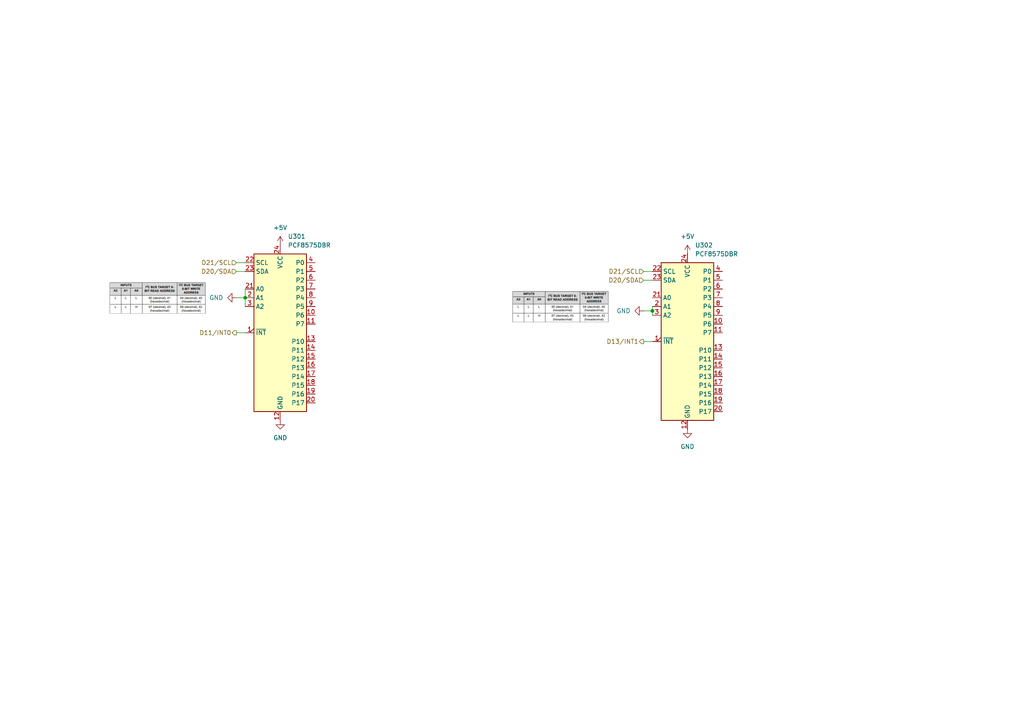
<source format=kicad_sch>
(kicad_sch (version 20231120) (generator "eeschema") (generator_version "8.0")
  (paper "A4")
  (title_block (title "MEP MAXI 85V-1 REV 2 Keypad") (date "2025-02-01") (rev "X1") (company "McMillan Enterprises") (comment 1 "Firmware: John Gilcreast (johngilcreast@gmail.com)") (comment 2 "Hardware: Connor McMillan (connor@mcmillan.website)"))
  (lib_symbols
    (symbol "Interface_Expansion:PCF8575DBR"
      (property "Reference" "U" (at -6.35 24.13 0))
      (property "Value" "PCF8575DBR" (at 7.62 -24.13 0))
      (symbol "PCF8575DBR_0_1"
        (rectangle (start -7.62 22.86) (end 7.62 -22.86) (stroke (width 0.254)) (fill (type background)))
      )
      (symbol "PCF8575DBR_1_1"
        (pin open_collector output_low (at -10.16 0 0) (length 2.54) (name "~{INT}") (number "1"))
        (pin bidirectional line (at 10.16 5.08 180) (length 2.54) (name "P6") (number "10"))
        (pin bidirectional line (at 10.16 2.54 180) (length 2.54) (name "P7") (number "11"))
        (pin power_in line (at 0 -25.4 90) (length 2.54) (name "GND") (number "12"))
        (pin bidirectional line (at 10.16 -2.54 180) (length 2.54) (name "P10") (number "13"))
        (pin bidirectional line (at 10.16 -5.08 180) (length 2.54) (name "P11") (number "14"))
        (pin bidirectional line (at 10.16 -7.62 180) (length 2.54) (name "P12") (number "15"))
        (pin bidirectional line (at 10.16 -10.16 180) (length 2.54) (name "P13") (number "16"))
        (pin bidirectional line (at 10.16 -12.7 180) (length 2.54) (name "P14") (number "17"))
        (pin bidirectional line (at 10.16 -15.24 180) (length 2.54) (name "P15") (number "18"))
        (pin bidirectional line (at 10.16 -17.78 180) (length 2.54) (name "P16") (number "19"))
        (pin input line (at -10.16 10.16 0) (length 2.54) (name "A1") (number "2"))
        (pin bidirectional line (at 10.16 -20.32 180) (length 2.54) (name "P17") (number "20"))
        (pin input line (at -10.16 12.7 0) (length 2.54) (name "A0") (number "21"))
        (pin input line (at -10.16 20.32 0) (length 2.54) (name "SCL") (number "22"))
        (pin bidirectional line (at -10.16 17.78 0) (length 2.54) (name "SDA") (number "23"))
        (pin power_in line (at 0 25.4 270) (length 2.54) (name "VCC") (number "24"))
        (pin input line (at -10.16 7.62 0) (length 2.54) (name "A2") (number "3"))
        (pin bidirectional line (at 10.16 20.32 180) (length 2.54) (name "P0") (number "4"))
        (pin bidirectional line (at 10.16 17.78 180) (length 2.54) (name "P1") (number "5"))
        (pin bidirectional line (at 10.16 15.24 180) (length 2.54) (name "P2") (number "6"))
        (pin bidirectional line (at 10.16 12.7 180) (length 2.54) (name "P3") (number "7"))
        (pin bidirectional line (at 10.16 10.16 180) (length 2.54) (name "P4") (number "8"))
        (pin bidirectional line (at 10.16 7.62 180) (length 2.54) (name "P5") (number "9"))
      )
    )
    (symbol "power:+5V" (power) (pin_numbers hide) (pin_names (offset 0) hide)
      (property "Value" "+5V" (at 0 3.556 0))
      (symbol "+5V_0_1"
        (polyline (pts (xy -0.762 1.27) (xy 0 2.54)))
        (polyline (pts (xy 0 0) (xy 0 2.54)))
        (polyline (pts (xy 0 2.54) (xy 0.762 1.27)))
      )
      (symbol "+5V_1_1"
        (pin power_in line (at 0 0 90) (length 0) (name "~") (number "1"))
      )
    )
    (symbol "power:GND" (power) (pin_numbers hide) (pin_names (offset 0) hide)
      (property "Value" "GND" (at 0 -3.81 0))
      (symbol "GND_0_1"
        (polyline (pts (xy 0 0) (xy 0 -1.27) (xy 1.27 -1.27) (xy 0 -2.54) (xy -1.27 -1.27) (xy 0 -1.27)))
      )
      (symbol "GND_1_1"
        (pin power_in line (at 0 0 270) (length 0) (name "~") (number "1"))
      )
    )
  )
  (junction (at 71.12 86.36))
  (junction (at 189.23 90.17))
  (wire (pts (xy 189.23 90.17) (xy 189.23 91.44)))
  (wire (pts (xy 68.58 86.36) (xy 71.12 86.36)))
  (wire (pts (xy 186.69 90.17) (xy 189.23 90.17)))
  (wire (pts (xy 71.12 86.36) (xy 71.12 88.9)))
  (wire (pts (xy 186.69 99.06) (xy 189.23 99.06)))
  (wire (pts (xy 189.23 88.9) (xy 189.23 90.17)))
  (wire (pts (xy 186.69 78.74) (xy 189.23 78.74)))
  (wire (pts (xy 186.69 81.28) (xy 189.23 81.28)))
  (wire (pts (xy 68.58 76.2) (xy 71.12 76.2)))
  (wire (pts (xy 68.58 78.74) (xy 71.12 78.74)))
  (wire (pts (xy 71.12 83.82) (xy 71.12 86.36)))
  (wire (pts (xy 68.58 96.52) (xy 71.12 96.52)))
  (polyline (pts (xy 250.057 178.2114) (xy 249.1734 178.2114) (xy 249.6599 175.7566) (xy 250.8517 174.238) (xy 250.057 178.2114)) (stroke (width -0.0001) (type solid)) (fill (type outline)))
  (polyline (pts (xy 262.7978 173.7128) (xy 263.6318 173.7128) (xy 262.7336 178.2036) (xy 261.8995 178.2036) (xy 262.7978 173.7128) (xy 262.7978 173.7128)) (stroke (width -0.0001) (type solid)) (fill (type outline)))
  (polyline (pts (xy 247.65 176.53) (xy 250.2582 173.1824) (xy 250.2639 173.1824) (xy 247.65 176.53)) (stroke (width -0.0001) (type solid)) (fill (type outline)))
  (polyline (pts (xy 264.9641 179.1824) (xy 265.0203 179.1876) (xy 265.0732 179.1961) (xy 265.1225 179.208) (xy 265.1459 179.2152) (xy 265.1684 179.2232) (xy 265.1899 179.2319) (xy 265.2106 179.2415) (xy 265.2303 179.2519) (xy 265.2491 179.263) (xy 265.2669 179.275) (xy 265.2838 179.2876) (xy 265.2998 179.3011) (xy 265.3148 179.3153) (xy 265.3288 179.3302) (xy 265.3418 179.3459) (xy 265.3538 179.3623) (xy 265.3649 179.3794) (xy 265.3749 179.3973) (xy 265.3839 179.4158) (xy 265.3919 179.4351) (xy 265.3988 179.455) (xy 265.4047 179.4756) (xy 265.4096 179.497) (xy 265.4134 179.5189) (xy 265.4161 179.5416) (xy 265.4177 179.5649) (xy 265.4183 179.5888) (xy 265.4164 179.6397) (xy 265.4142 179.6643) (xy 265.4111 179.6883) (xy 265.4071 179.7119) (xy 265.4022 179.7348) (xy 265.3965 179.7573) (xy 265.3899 179.7791) (xy 265.3825 179.8004) (xy 265.3742 179.8211) (xy 265.3651 179.8412) (xy 265.3552 179.8608) (xy 265.3445 179.8798) (xy 265.3331 179.8981) (xy 265.3208 179.9159) (xy 265.3077 179.933) (xy 265.2939 179.9496) (xy 265.2793 179.9655) (xy 265.264 179.9808) (xy 265.2479 179.9955) (xy 265.2311 180.0095) (xy 265.2135 180.0229) (xy 265.1953 180.0356) (xy 265.1763 180.0477) (xy 265.1363 180.07) (xy 265.0935 180.0895) (xy 265.0481 180.1063) (xy 265.0001 180.1204) (xy 265.2549 180.5744) (xy 265.0439 180.5744) (xy 264.801 180.1483) (xy 264.3908 180.1483) (xy 264.3072 180.5744) (xy 264.1061 180.5744) (xy 264.2252 179.979) (xy 264.4247 179.979) (xy 264.7691 179.979) (xy 264.8211 179.9775) (xy 264.8702 179.9731) (xy 264.9164 179.9657) (xy 264.9596 179.9553) (xy 264.98 179.949) (xy 264.9997 179.942) (xy 265.0185 179.9343) (xy 265.0366 179.9258) (xy 265.0539 179.9166) (xy 265.0704 179.9067) (xy 265.0861 179.8961) (xy 265.1009 179.8847) (xy 265.1149 179.8726) (xy 265.1281 179.8599) (xy 265.1404 179.8464) (xy 265.1518 179.8321) (xy 265.1624 179.8172) (xy 265.1721 179.8016) (xy 265.1809 179.7853) (xy 265.1888 179.7682) (xy 265.1959 179.7505) (xy 265.202 179.732) (xy 265.2072 179.7129) (xy 265.2115 179.693) (xy 265.2148 179.6725) (xy 265.2172 179.6513) (xy 265.2186 179.6293) (xy 265.2191 179.6067) (xy 265.2188 179.5913) (xy 265.2177 179.5763) (xy 265.216 179.5618) (xy 265.2136 179.5478) (xy 265.2105 179.5343) (xy 265.2067 179.5213) (xy 265.2022 179.5087) (xy 265.1971 179.4967) (xy 265.1913 179.4851) (xy 265.1849 179.474) (xy 265.1778 179.4633) (xy 265.1701 179.4532) (xy 265.1617 179.4436) (xy 265.1527 179.4344) (xy 265.143 179.4258) (xy 265.1328 179.4176) (xy 265.1219 179.4099) (xy 265.1103 179.4027) (xy 265.0982 179.396) (xy 265.0854 179.3898) (xy 265.0721 179.3841) (xy 265.0581 179.3788) (xy 265.0436 179.3741) (xy 265.0284 179.3699) (xy 265.0127 179.3661) (xy 264.9964 179.3629) (xy 264.9795 179.3601) (xy 264.962 179.3579) (xy 264.944 179.3561) (xy 264.9254 179.3549) (xy 264.9063 179.3541) (xy 264.8866 179.3539) (xy 264.5501 179.3539) (xy 264.4247 179.979) (xy 264.2252 179.979) (xy 264.3848 179.1806) (xy 264.9045 179.1806) (xy 264.9641 179.1824)) (stroke (width -0.0001) (type solid)) (fill (type outline)))
  (polyline (pts (xy 266.6455 180.5744) (xy 266.4463 180.5744) (xy 266.7251 179.1806) (xy 266.9242 179.1806) (xy 266.6455 180.5744)) (stroke (width -0.0001) (type solid)) (fill (type outline)))
  (polyline (pts (xy 268.677 179.1652) (xy 268.7087 179.1666) (xy 268.7402 179.169) (xy 268.7712 179.1724) (xy 268.8019 179.1767) (xy 268.832 179.1819) (xy 268.8616 179.188) (xy 268.8906 179.1951) (xy 268.9189 179.203) (xy 268.9465 179.2118) (xy 268.9732 179.2214) (xy 268.9991 179.2319) (xy 269.0241 179.2432) (xy 269.0481 179.2554) (xy 269.0711 179.2684) (xy 269.0929 179.2822) (xy 269.0133 179.4454) (xy 268.9935 179.432) (xy 268.9731 179.4195) (xy 268.952 179.4078) (xy 268.9304 179.3969) (xy 268.9081 179.3869) (xy 268.8854 179.3778) (xy 268.8621 179.3695) (xy 268.8383 179.3621) (xy 268.8141 179.3555) (xy 268.7895 179.3498) (xy 268.7645 179.345) (xy 268.7392 179.341) (xy 268.7135 179.3379) (xy 268.6876 179.3357) (xy 268.6614 179.3344) (xy 268.635 179.334) (xy 268.593 179.3351) (xy 268.5531 179.3384) (xy 268.5154 179.3439) (xy 268.4799 179.3515) (xy 268.4467 179.3611) (xy 268.4159 179.3726) (xy 268.3876 179.386) (xy 268.3619 179.4011) (xy 268.3389 179.418) (xy 268.3285 179.4271) (xy 268.3187 179.4366) (xy 268.3097 179.4465) (xy 268.3013 179.4567) (xy 268.2938 179.4674) (xy 268.2869 179.4784) (xy 268.2809 179.4898) (xy 268.2756 179.5015) (xy 268.271 179.5136) (xy 268.2673 179.526) (xy 268.2644 179.5387) (xy 268.2623 179.5518) (xy 268.2611 179.5652) (xy 268.2606 179.5788) (xy 268.2627 179.605) (xy 268.2687 179.6289) (xy 268.2783 179.6506) (xy 268.2914 179.6703) (xy 268.3075 179.6882) (xy 268.3266 179.7045) (xy 268.3483 179.7193) (xy 268.3723 179.7329) (xy 268.3985 179.7454) (xy 268.4264 179.757) (xy 268.4868 179.7783) (xy 268.6181 179.8183) (xy 268.6847 179.8398) (xy 268.7493 179.8644) (xy 268.7801 179.8782) (xy 268.8097 179.8934) (xy 268.8376 179.91) (xy 268.8638 179.9283) (xy 268.8878 179.9484) (xy 268.9095 179.9706) (xy 268.9286 179.995) (xy 268.9448 180.0217) (xy 268.9578 180.0511) (xy 268.9674 180.0831) (xy 268.9734 180.1182) (xy 268.9755 180.1563) (xy 268.9748 180.1814) (xy 268.9727 180.2058) (xy 268.9692 180.2296) (xy 268.9644 180.2527) (xy 268.9582 180.2751) (xy 268.9508 180.2969) (xy 268.9421 180.318) (xy 268.9321 180.3384) (xy 268.9209 180.358) (xy 268.9086 180.377) (xy 268.895 180.3952) (xy 268.8803 180.4126) (xy 268.8645 180.4294) (xy 268.8477 180.4453) (xy 268.8297 180.4605) (xy 268.8107 180.4749) (xy 268.7907 180.4885) (xy 268.7697 180.5013) (xy 268.7477 180.5133) (xy 268.7248 180.5244) (xy 268.701 180.5348) (xy 268.6763 180.5443) (xy 268.6507 180.5529) (xy 268.6243 180.5606) (xy 268.5971 180.5675) (xy 268.5691 180.5735) (xy 268.5404 180.5786) (xy 268.5109 180.5828) (xy 268.4807 180.5861) (xy 268.4498 180.5885) (xy 268.4182 180.5899) (xy 268.3861 180.5904) (xy 268.3462 180.5895) (xy 268.3066 180.587) (xy 268.2675 180.583) (xy 268.229 180.5774) (xy 268.1911 180.5704) (xy 268.1542 180.562) (xy 268.1182 180.5524) (xy 268.0834 180.5416) (xy 268.0499 180.5297) (xy 268.0179 180.5167) (xy 267.9875 180.5027) (xy 267.9588 180.4879) (xy 267.932 180.4722) (xy 267.9072 180.4558) (xy 267.8846 180.4388) (xy 267.8644 180.4211) (xy 267.952 180.2618) (xy 267.9725 180.2797) (xy 267.9946 180.2967) (xy 268.0181 180.3127) (xy 268.0428 180.3279) (xy 268.0687 180.342) (xy 268.0957 180.3551) (xy 268.1237 180.3671) (xy 268.1526 180.3781) (xy 268.1823 180.3878) (xy 268.2127 180.3964) (xy 268.2437 180.4038) (xy 268.2751 180.4099) (xy 268.307 180.4148) (xy 268.3392 180.4183) (xy 268.3715 180.4204) (xy 268.404 180.4211) (xy 268.4453 180.4201) (xy 268.4847 180.4171) (xy 268.5223 180.4122) (xy 268.5577 180.4054) (xy 268.591 180.3966) (xy 268.6219 180.386) (xy 268.6505 180.3736) (xy 268.6765 180.3594) (xy 268.6999 180.3434) (xy 268.7106 180.3347) (xy 268.7206 180.3256) (xy 268.7298 180.3161) (xy 268.7383 180.3062) (xy 268.7461 180.2958) (xy 268.7531 180.285) (xy 268.7594 180.2738) (xy 268.7648 180.2622) (xy 268.7695 180.2502) (xy 268.7734 180.2378) (xy 268.7764 180.225) (xy 268.7785 180.2117) (xy 268.7799 180.1981) (xy 268.7803 180.1841) (xy 268.7782 180.1581) (xy 268.7723 180.1345) (xy 268.7626 180.1131) (xy 268.7496 180.0937) (xy 268.7334 180.0762) (xy 268.7143 180.0602) (xy 268.6927 180.0457) (xy 268.6686 180.0324) (xy 268.6425 180.0203) (xy 268.6145 180.0089) (xy 268.5541 179.9881) (xy 268.4229 179.9487) (xy 268.3563 179.927) (xy 268.2917 179.902) (xy 268.2608 179.8877) (xy 268.2313 179.8721) (xy 268.2033 179.8548) (xy 268.1772 179.8358) (xy 268.1532 179.8148) (xy 268.1315 179.7917) (xy 268.1124 179.7662) (xy 268.0962 179.7381) (xy 268.0832 179.7073) (xy 268.0736 179.6736) (xy 268.0676 179.6368) (xy 268.0655 179.5967) (xy 268.0662 179.572) (xy 268.0683 179.5479) (xy 268.0717 179.5244) (xy 268.0765 179.5016) (xy 268.0825 179.4793) (xy 268.0898 179.4578) (xy 268.0984 179.4369) (xy 268.1082 179.4167) (xy 268.1192 179.3971) (xy 268.1313 179.3783) (xy 268.1446 179.3602) (xy 268.1591 179.3428) (xy 268.1746 179.3261) (xy 268.1912 179.3102) (xy 268.2089 179.295) (xy 268.2275 179.2806) (xy 268.2472 179.267) (xy 268.2679 179.2542) (xy 268.2895 179.2422) (xy 268.312 179.231) (xy 268.3354 179.2207) (xy 268.3597 179.2111) (xy 268.3848 179.2025) (xy 268.4108 179.1947) (xy 268.4375 179.1877) (xy 268.465 179.1817) (xy 268.4933 179.1765) (xy 268.5223 179.1723) (xy 268.552 179.169) (xy 268.5823 179.1666) (xy 268.6133 179.1651) (xy 268.645 179.1647) (xy 268.677 179.1652)) (stroke (width -0.0001) (type solid)) (fill (type outline)))
  (polyline (pts (xy 247.65 176.53) (xy 250.2582 173.1824) (xy 250.2639 173.1824) (xy 247.65 176.53)) (stroke (width -0.0001) (type solid)) (fill (type outline)))
  (polyline (pts (xy 279.9008 176.8564) (xy 280.5231 173.7128) (xy 281.3507 173.7128) (xy 280.4526 178.2036) (xy 279.7661 178.2036) (xy 277.9248 175.06) (xy 277.2961 178.2036) (xy 276.4685 178.2036) (xy 277.3667 173.7128) (xy 278.0531 173.7128) (xy 279.9008 176.8564)) (stroke (width -0.0001) (type solid)) (fill (type outline)))
  (polyline (pts (xy 268.6869 173.7128) (xy 269.5209 173.7128) (xy 268.7639 177.498) (xy 271.112 177.498) (xy 270.9708 178.2036) (xy 267.7887 178.2036) (xy 268.6869 173.7128) (xy 268.6869 173.7128)) (stroke (width -0.0001) (type solid)) (fill (type outline)))
  (polyline (pts (xy 264.8442 173.7128) (xy 265.6781 173.7128) (xy 264.9211 177.498) (xy 267.2692 177.498) (xy 267.1281 178.2036) (xy 263.9459 178.2036) (xy 264.8442 173.7128) (xy 264.8442 173.7128)) (stroke (width -0.0001) (type solid)) (fill (type outline)))
  (polyline (pts (xy 258.4572 179.3539) (xy 257.6707 179.3539) (xy 257.5851 179.7819) (xy 258.286 179.7819) (xy 258.2521 179.9512) (xy 257.5512 179.9512) (xy 257.4616 180.4012) (xy 258.276 180.4012) (xy 258.2422 180.5744) (xy 257.2287 180.5744) (xy 257.5074 179.1806) (xy 258.4911 179.1806) (xy 258.4572 179.3539)) (stroke (width -0.0001) (type solid)) (fill (type outline)))
  (polyline (pts (xy 256.362 179.3539) (xy 255.8861 179.3539) (xy 255.6412 180.5744) (xy 255.4441 180.5744) (xy 255.687 179.3539) (xy 255.2111 179.3539) (xy 255.245 179.1806) (xy 256.3979 179.1806) (xy 256.362 179.3539)) (stroke (width -0.0001) (type solid)) (fill (type outline)))
  (polyline (pts (xy 252.5344 171.4491) (xy 247.6787 177.6365) (xy 247.2621 177.6365) (xy 246.1128 174.8492) (xy 245.4446 178.2114) (xy 244.5535 178.2114) (xy 245.5596 173.1824) (xy 246.3211 173.1824) (xy 247.4797 176.1015) (xy 247.65 176.53) (xy 250.2639 173.1824) (xy 251.1314 172.0713) (xy 252.478 171.0938) (xy 252.5344 171.4491)) (stroke (width -0.0001) (type solid)) (fill (type outline)))
  (polyline (pts (xy 271.3136 179.3539) (xy 270.5271 179.3539) (xy 270.4415 179.7819) (xy 271.1424 179.7819) (xy 271.1085 179.9512) (xy 270.4076 179.9512) (xy 270.318 180.4012) (xy 271.1324 180.4012) (xy 271.0986 180.5744) (xy 270.0851 180.5744) (xy 270.3638 179.1806) (xy 271.3475 179.1806) (xy 271.3136 179.3539)) (stroke (width -0.0001) (type solid)) (fill (type outline)))
  (polyline (pts (xy 253.7231 180.2538) (xy 253.9361 179.1806) (xy 254.1352 179.1806) (xy 253.8565 180.5744) (xy 253.6932 180.5744) (xy 253.0699 179.5012) (xy 252.8568 180.5744) (xy 252.6578 180.5744) (xy 252.9365 179.1806) (xy 253.0998 179.1806) (xy 253.7231 180.2538)) (stroke (width -0.0001) (type solid)) (fill (type outline)))
  (polyline (pts (xy 251.6596 179.3539) (xy 250.873 179.3539) (xy 250.7874 179.7819) (xy 251.4883 179.7819) (xy 251.4545 179.9512) (xy 250.7536 179.9512) (xy 250.664 180.4012) (xy 251.4783 180.4012) (xy 251.4445 180.5744) (xy 250.431 180.5744) (xy 250.7098 179.1806) (xy 251.6934 179.1806) (xy 251.6596 179.3539)) (stroke (width -0.0001) (type solid)) (fill (type outline)))
  (polyline (pts (xy 262.6514 179.1824) (xy 262.7073 179.1876) (xy 262.7599 179.1961) (xy 262.809 179.208) (xy 262.8323 179.2152) (xy 262.8546 179.2232) (xy 262.8761 179.2319) (xy 262.8967 179.2415) (xy 262.9163 179.2519) (xy 262.935 179.263) (xy 262.9528 179.275) (xy 262.9697 179.2876) (xy 262.9856 179.3011) (xy 263.0005 179.3153) (xy 263.0145 179.3302) (xy 263.0275 179.3459) (xy 263.0395 179.3623) (xy 263.0505 179.3794) (xy 263.0605 179.3973) (xy 263.0695 179.4158) (xy 263.0775 179.4351) (xy 263.0844 179.455) (xy 263.0903 179.4756) (xy 263.0951 179.497) (xy 263.0989 179.5189) (xy 263.1016 179.5416) (xy 263.1033 179.5649) (xy 263.1038 179.5888) (xy 263.1031 179.6218) (xy 263.1009 179.6539) (xy 263.0973 179.6851) (xy 263.0923 179.7154) (xy 263.0858 179.7447) (xy 263.078 179.7732) (xy 263.0689 179.8007) (xy 263.0583 179.8272) (xy 263.0465 179.8528) (xy 263.0334 179.8774) (xy 263.0189 179.9011) (xy 263.0032 179.9237) (xy 262.9863 179.9454) (xy 262.9681 179.966) (xy 262.9487 179.9856) (xy 262.9281 180.0042) (xy 262.9064 180.0217) (xy 262.8834 180.0382) (xy 262.8593 180.0536) (xy 262.8342 180.068) (xy 262.8078 180.0812) (xy 262.7805 180.0934) (xy 262.752 180.1044) (xy 262.7225 180.1144) (xy 262.6919 180.1232) (xy 262.6604 180.1308) (xy 262.6278 180.1373) (xy 262.5943 180.1427) (xy 262.5598 180.1469) (xy 262.5244 180.1499) (xy 262.488 180.1517) (xy 262.4508 180.1523) (xy 262.0784 180.1523) (xy 261.9947 180.5744) (xy 261.7957 180.5744) (xy 261.9148 179.979) (xy 262.1143 179.979) (xy 262.4547 179.979) (xy 262.5067 179.9775) (xy 262.5558 179.9731) (xy 262.602 179.9657) (xy 262.6452 179.9553) (xy 262.6656 179.949) (xy 262.6853 179.942) (xy 262.7042 179.9343) (xy 262.7223 179.9258) (xy 262.7396 179.9166) (xy 262.756 179.9067) (xy 262.7717 179.8961) (xy 262.7865 179.8847) (xy 262.8005 179.8726) (xy 262.8137 179.8599) (xy 262.826 179.8464) (xy 262.8375 179.8321) (xy 262.848 179.8172) (xy 262.8577 179.8016) (xy 262.8666 179.7853) (xy 262.8745 179.7682) (xy 262.8815 179.7505) (xy 262.8876 179.732) (xy 262.8928 179.7129) (xy 262.8971 179.693) (xy 262.9004 179.6725) (xy 262.9028 179.6513) (xy 262.9043 179.6293) (xy 262.9048 179.6067) (xy 262.9044 179.5913) (xy 262.9034 179.5763) (xy 262.9016 179.5618) (xy 262.8992 179.5478) (xy 262.8961 179.5343) (xy 262.8923 179.5213) (xy 262.8879 179.5087) (xy 262.8828 179.4967) (xy 262.877 179.4851) (xy 262.8706 179.474) (xy 262.8635 179.4633) (xy 262.8558 179.4532) (xy 262.8475 179.4436) (xy 262.8385 179.4344) (xy 262.8289 179.4258) (xy 262.8186 179.4176) (xy 262.8078 179.4099) (xy 262.7963 179.4027) (xy 262.7842 179.396) (xy 262.7715 179.3898) (xy 262.7583 179.3841) (xy 262.7444 179.3788) (xy 262.7299 179.3741) (xy 262.7149 179.3699) (xy 262.6993 179.3661) (xy 262.6831 179.3629) (xy 262.6663 179.3601) (xy 262.649 179.3579) (xy 262.6311 179.3561) (xy 262.6127 179.3549) (xy 262.5938 179.3541) (xy 262.5742 179.3539) (xy 262.2397 179.3539) (xy 262.1143 179.979) (xy 261.9148 179.979) (xy 262.0744 179.1806) (xy 262.5921 179.1806) (xy 262.6514 179.1824)) (stroke (width -0.0001) (type solid)) (fill (type outline)))
  (polyline (pts (xy 254.1131 173.6517) (xy 254.252 173.6609) (xy 254.387 173.6761) (xy 254.5178 173.6973) (xy 254.6442 173.7245) (xy 254.766 173.7576) (xy 254.8829 173.7964) (xy 254.9946 173.8411) (xy 255.1011 173.8914) (xy 255.202 173.9475) (xy 255.2971 174.0091) (xy 255.3861 174.0762) (xy 255.4689 174.1489) (xy 255.5451 174.227) (xy 255.6146 174.3104) (xy 255.6771 174.3992) (xy 255.0741 174.9061) (xy 255.0267 174.8441) (xy 254.976 174.7858) (xy 254.922 174.7312) (xy 254.8937 174.7054) (xy 254.8646 174.6804) (xy 254.8347 174.6564) (xy 254.8039 174.6334) (xy 254.7723 174.6113) (xy 254.7399 174.5902) (xy 254.7066 174.57) (xy 254.6725 174.5509) (xy 254.6375 174.5327) (xy 254.6017 174.5155) (xy 254.5275 174.4841) (xy 254.45 174.4568) (xy 254.369 174.4335) (xy 254.2846 174.4143) (xy 254.1968 174.3994) (xy 254.1056 174.3886) (xy 254.0109 174.3821) (xy 253.9128 174.38) (xy 253.8064 174.3825) (xy 253.7026 174.3899) (xy 253.6014 174.4022) (xy 253.5029 174.4192) (xy 253.4071 174.4408) (xy 253.3141 174.4668) (xy 253.2239 174.4972) (xy 253.1366 174.5317) (xy 253.0523 174.5704) (xy 252.9709 174.613) (xy 252.8926 174.6594) (xy 252.8174 174.7095) (xy 252.7454 174.7632) (xy 252.6766 174.8203) (xy 252.611 174.8808) (xy 252.5487 174.9445) (xy 252.4898 175.0113) (xy 252.4343 175.0811) (xy 252.3823 175.1536) (xy 252.3338 175.2289) (xy 252.2889 175.3068) (xy 252.2476 175.3871) (xy 252.21 175.4697) (xy 252.1761 175.5546) (xy 252.146 175.6416) (xy 252.1198 175.7305) (xy 252.0974 175.8212) (xy 252.079 175.9137) (xy 252.0646 176.0078) (xy 252.0542 176.1033) (xy 252.048 176.2001) (xy 252.0459 176.2982) (xy 252.0473 176.3672) (xy 252.0516 176.4348) (xy 252.0587 176.5007) (xy 252.0686 176.5651) (xy 252.0814 176.6278) (xy 252.0969 176.6888) (xy 252.1153 176.7481) (xy 252.1364 176.8057) (xy 252.1603 176.8614) (xy 252.187 176.9152) (xy 252.2164 176.9671) (xy 252.2485 177.0171) (xy 252.2834 177.065) (xy 252.321 177.1109) (xy 252.3613 177.1547) (xy 252.4043 177.1964) (xy 252.45 177.2359) (xy 252.4984 177.2732) (xy 252.5495 177.3082) (xy 252.6032 177.3409) (xy 252.6595 177.3712) (xy 252.7185 177.3992) (xy 252.7801 177.4247) (xy 252.8443 177.4477) (xy 252.9111 177.4681) (xy 252.9805 177.486) (xy 253.0525 177.5012) (xy 253.1271 177.5138) (xy 253.2042 177.5236) (xy 253.2839 177.5307) (xy 253.3662 177.535) (xy 253.4509 177.5365) (xy 253.544 177.5345) (xy 253.6355 177.5286) (xy 253.7254 177.5188) (xy 253.8137 177.5049) (xy 253.9003 177.487) (xy 253.9851 177.4651) (xy 254.0682 177.4391) (xy 254.1494 177.4089) (xy 254.2288 177.3747) (xy 254.3062 177.3363) (xy 254.3816 177.2937) (xy 254.455 177.2468) (xy 254.5264 177.1958) (xy 254.5956 177.1404) (xy 254.6627 177.0808) (xy 254.7276 177.0168) (xy 255.2151 177.5428) (xy 255.1309 177.6334) (xy 255.0418 177.7177) (xy 254.9482 177.7956) (xy 254.8501 177.8672) (xy 254.7477 177.9327) (xy 254.6411 177.9921) (xy 254.5307 178.0455) (xy 254.4164 178.093) (xy 254.2986 178.1346) (xy 254.1773 178.1704) (xy 254.0527 178.2005) (xy 253.925 178.2249) (xy 253.7944 178.2438) (xy 253.6611 178.2572) (xy 253.5251 178.2652) (xy 253.3867 178.2678) (xy 253.2602 178.2655) (xy 253.137 178.2588) (xy 253.0172 178.2475) (xy 252.9007 178.232) (xy 252.7876 178.2121) (xy 252.678 178.1881) (xy 252.5719 178.16) (xy 252.4694 178.1278) (xy 252.3705 178.0916) (xy 252.2753 178.0516) (xy 252.1838 178.0078) (xy 252.096 177.9603) (xy 252.0121 177.9091) (xy 251.932 177.8544) (xy 251.8559 177.7961) (xy 251.7836 177.7345) (xy 251.7154 177.6696) (xy 251.6513 177.6014) (xy 251.5912 177.53) (xy 251.5353 177.4555) (xy 251.4836 177.378) (xy 251.4361 177.2976) (xy 251.393 177.2144) (xy 251.3541 177.1283) (xy 251.3197 177.0396) (xy 251.2897 176.9482) (xy 251.2641 176.8543) (xy 251.2431 176.758) (xy 251.2267 176.6592) (xy 251.2149 176.5582) (xy 251.2078 176.4549) (xy 251.2055 176.3495) (xy 251.2087 176.208) (xy 251.2182 176.0686) (xy 251.234 175.9316) (xy 251.2559 175.7969) (xy 251.2838 175.6649) (xy 251.3177 175.5357) (xy 251.3574 175.4093) (xy 251.4029 175.2861) (xy 251.4541 175.166) (xy 251.5108 175.0494) (xy 251.573 174.9362) (xy 251.6405 174.8268) (xy 251.7134 174.7212) (xy 251.7914 174.6195) (xy 251.8744 174.5221) (xy 251.9625 174.4289) (xy 252.0554 174.3402) (xy 252.1532 174.2561) (xy 252.2556 174.1767) (xy 252.3626 174.1023) (xy 252.4742 174.0329) (xy 252.5901 173.9688) (xy 252.7104 173.91) (xy 252.8348 173.8568) (xy 252.9634 173.8093) (xy 253.096 173.7676) (xy 253.2325 173.7319) (xy 253.3728 173.7023) (xy 253.5169 173.679) (xy 253.6646 173.6622) (xy 253.8159 173.652) (xy 253.9706 173.6486) (xy 254.1131 173.6517)) (stroke (width -0.0001) (type solid)) (fill (type outline)))
  (polyline (pts (xy 275.8914 178.2036) (xy 275.0638 178.2036) (xy 274.8264 177.1643) (xy 272.5681 177.1643) (xy 271.9202 178.2036) (xy 271.0284 178.2036) (xy 272.1293 176.5099) (xy 272.9787 176.5099) (xy 274.6724 176.5099) (xy 274.2169 174.5339) (xy 272.9787 176.5099) (xy 272.1293 176.5099) (xy 273.9475 173.7128) (xy 274.7751 173.7128) (xy 275.8914 178.2036)) (stroke (width -0.0001) (type solid)) (fill (type outline)))
  (polyline (pts (xy 258.5381 176.7024) (xy 260.867 173.7128) (xy 261.5855 173.7128) (xy 260.6874 178.2036) (xy 259.8983 178.2036) (xy 260.482 175.2589) (xy 258.5638 177.6904) (xy 258.1917 177.6904) (xy 257.1652 175.2012) (xy 256.5685 178.2036) (xy 255.773 178.2036) (xy 256.6712 173.7128) (xy 257.3513 173.7128) (xy 258.5381 176.7024)) (stroke (width -0.0001) (type solid)) (fill (type outline)))
  (polyline (pts (xy 253.471 168.6966) (xy 255.3237 167.3518) (xy 253.9788 169.2045) (xy 256.2399 169.5636) (xy 253.9788 169.9227) (xy 255.3237 171.7755) (xy 253.471 170.4306) (xy 253.1119 172.6916) (xy 252.7528 170.4306) (xy 250.9 171.7755) (xy 252.2449 169.9227) (xy 249.9839 169.5636) (xy 252.2449 169.2045) (xy 250.9 167.3518) (xy 252.7528 168.6966) (xy 253.1119 166.4356) (xy 253.471 168.6966)) (stroke (width -0.0001) (type solid)) (fill (type outline)))
  (polyline (pts (xy 260.3134 179.1824) (xy 260.3697 179.1876) (xy 260.4225 179.1961) (xy 260.4719 179.208) (xy 260.4952 179.2152) (xy 260.5177 179.2232) (xy 260.5393 179.2319) (xy 260.5599 179.2415) (xy 260.5796 179.2519) (xy 260.5984 179.263) (xy 260.6163 179.275) (xy 260.6332 179.2876) (xy 260.6491 179.3011) (xy 260.6641 179.3153) (xy 260.6781 179.3302) (xy 260.6912 179.3459) (xy 260.7032 179.3623) (xy 260.7142 179.3794) (xy 260.7242 179.3973) (xy 260.7333 179.4158) (xy 260.7412 179.4351) (xy 260.7482 179.455) (xy 260.7541 179.4756) (xy 260.7589 179.497) (xy 260.7627 179.5189) (xy 260.7654 179.5416) (xy 260.7671 179.5649) (xy 260.7676 179.5888) (xy 260.7658 179.6397) (xy 260.7635 179.6643) (xy 260.7604 179.6883) (xy 260.7564 179.7119) (xy 260.7515 179.7348) (xy 260.7458 179.7573) (xy 260.7392 179.7791) (xy 260.7318 179.8004) (xy 260.7236 179.8211) (xy 260.7145 179.8412) (xy 260.7046 179.8608) (xy 260.6939 179.8798) (xy 260.6824 179.8981) (xy 260.6701 179.9159) (xy 260.6571 179.933) (xy 260.6433 179.9496) (xy 260.6287 179.9655) (xy 260.6133 179.9808) (xy 260.5972 179.9955) (xy 260.5804 180.0095) (xy 260.5629 180.0229) (xy 260.5446 180.0356) (xy 260.5256 180.0477) (xy 260.4856 180.07) (xy 260.4429 180.0895) (xy 260.3974 180.1063) (xy 260.3494 180.1204) (xy 260.6043 180.5744) (xy 260.3933 180.5744) (xy 260.1504 180.1483) (xy 259.7401 180.1483) (xy 259.6565 180.5744) (xy 259.4554 180.5744) (xy 259.5745 179.979) (xy 259.774 179.979) (xy 260.1185 179.979) (xy 260.1705 179.9775) (xy 260.2196 179.9731) (xy 260.2657 179.9657) (xy 260.3089 179.9553) (xy 260.3294 179.949) (xy 260.349 179.942) (xy 260.3679 179.9343) (xy 260.386 179.9258) (xy 260.4033 179.9166) (xy 260.4198 179.9067) (xy 260.4354 179.8961) (xy 260.4503 179.8847) (xy 260.4643 179.8726) (xy 260.4774 179.8599) (xy 260.4897 179.8464) (xy 260.5012 179.8321) (xy 260.5117 179.8172) (xy 260.5215 179.8016) (xy 260.5303 179.7853) (xy 260.5382 179.7682) (xy 260.5452 179.7505) (xy 260.5513 179.732) (xy 260.5565 179.7129) (xy 260.5608 179.693) (xy 260.5642 179.6725) (xy 260.5665 179.6513) (xy 260.568 179.6293) (xy 260.5685 179.6067) (xy 260.5681 179.5913) (xy 260.5671 179.5763) (xy 260.5653 179.5618) (xy 260.5629 179.5478) (xy 260.5598 179.5343) (xy 260.556 179.5213) (xy 260.5516 179.5087) (xy 260.5465 179.4967) (xy 260.5407 179.4851) (xy 260.5343 179.474) (xy 260.5272 179.4633) (xy 260.5194 179.4532) (xy 260.5111 179.4436) (xy 260.502 179.4344) (xy 260.4924 179.4258) (xy 260.4821 179.4176) (xy 260.4712 179.4099) (xy 260.4597 179.4027) (xy 260.4475 179.396) (xy 260.4348 179.3898) (xy 260.4214 179.3841) (xy 260.4075 179.3788) (xy 260.3929 179.3741) (xy 260.3778 179.3699) (xy 260.3621 179.3661) (xy 260.3457 179.3629) (xy 260.3289 179.3601) (xy 260.3114 179.3579) (xy 260.2934 179.3561) (xy 260.2748 179.3549) (xy 260.2556 179.3541) (xy 260.2359 179.3539) (xy 259.8994 179.3539) (xy 259.774 179.979) (xy 259.5745 179.979) (xy 259.7342 179.1806) (xy 260.2538 179.1806) (xy 260.3134 179.1824)) (stroke (width -0.0001) (type solid)) (fill (type outline)))
  (polyline (pts (xy 273.0328 179.1652) (xy 273.0646 179.1666) (xy 273.096 179.169) (xy 273.1271 179.1724) (xy 273.1577 179.1767) (xy 273.1879 179.1819) (xy 273.2175 179.188) (xy 273.2464 179.1951) (xy 273.2747 179.203) (xy 273.3023 179.2118) (xy 273.3291 179.2214) (xy 273.355 179.2319) (xy 273.38 179.2432) (xy 273.404 179.2554) (xy 273.4269 179.2684) (xy 273.4488 179.2822) (xy 273.3692 179.4454) (xy 273.3494 179.432) (xy 273.329 179.4195) (xy 273.3079 179.4078) (xy 273.2862 179.3969) (xy 273.264 179.3869) (xy 273.2412 179.3778) (xy 273.2179 179.3695) (xy 273.1942 179.3621) (xy 273.17 179.3555) (xy 273.1454 179.3498) (xy 273.1204 179.345) (xy 273.095 179.341) (xy 273.0694 179.3379) (xy 273.0434 179.3357) (xy 273.0172 179.3344) (xy 272.9908 179.334) (xy 272.9489 179.3351) (xy 272.909 179.3384) (xy 272.8712 179.3439) (xy 272.8357 179.3515) (xy 272.8025 179.3611) (xy 272.7718 179.3726) (xy 272.7435 179.386) (xy 272.7178 179.4011) (xy 272.6948 179.418) (xy 272.6843 179.4271) (xy 272.6746 179.4366) (xy 272.6655 179.4465) (xy 272.6572 179.4567) (xy 272.6496 179.4674) (xy 272.6428 179.4784) (xy 272.6367 179.4898) (xy 272.6314 179.5015) (xy 272.6269 179.5136) (xy 272.6232 179.526) (xy 272.6203 179.5387) (xy 272.6182 179.5518) (xy 272.6169 179.5652) (xy 272.6165 179.5788) (xy 272.6185 179.605) (xy 272.6245 179.6289) (xy 272.6342 179.6506) (xy 272.6472 179.6703) (xy 272.6634 179.6882) (xy 272.6825 179.7045) (xy 272.7041 179.7193) (xy 272.7282 179.7329) (xy 272.7543 179.7454) (xy 272.7823 179.757) (xy 272.8427 179.7783) (xy 272.9739 179.8183) (xy 273.0406 179.8398) (xy 273.1052 179.8644) (xy 273.136 179.8782) (xy 273.1655 179.8934) (xy 273.1935 179.91) (xy 273.2196 179.9283) (xy 273.2437 179.9484) (xy 273.2654 179.9706) (xy 273.2844 179.995) (xy 273.3006 180.0217) (xy 273.3137 180.0511) (xy 273.3233 180.0831) (xy 273.3293 180.1182) (xy 273.3313 180.1563) (xy 273.3306 180.1814) (xy 273.3285 180.2058) (xy 273.325 180.2296) (xy 273.3202 180.2527) (xy 273.3141 180.2751) (xy 273.3066 180.2969) (xy 273.2979 180.318) (xy 273.288 180.3384) (xy 273.2768 180.358) (xy 273.2644 180.377) (xy 273.2509 180.3952) (xy 273.2362 180.4126) (xy 273.2204 180.4294) (xy 273.2035 180.4453) (xy 273.1856 180.4605) (xy 273.1666 180.4749) (xy 273.1465 180.4885) (xy 273.1255 180.5013) (xy 273.1036 180.5133) (xy 273.0807 180.5244) (xy 273.0569 180.5348) (xy 273.0322 180.5443) (xy 273.0066 180.5529) (xy 272.9802 180.5606) (xy 272.953 180.5675) (xy 272.925 180.5735) (xy 272.8962 180.5786) (xy 272.8667 180.5828) (xy 272.8365 180.5861) (xy 272.8056 180.5885) (xy 272.7741 180.5899) (xy 272.7419 180.5904) (xy 272.7021 180.5895) (xy 272.6625 180.587) (xy 272.6234 180.583) (xy 272.5848 180.5774) (xy 272.547 180.5704) (xy 272.51 180.562) (xy 272.4741 180.5524) (xy 272.4393 180.5416) (xy 272.4058 180.5297) (xy 272.3738 180.5167) (xy 272.3433 180.5027) (xy 272.3146 180.4879) (xy 272.2878 180.4722) (xy 272.2631 180.4558) (xy 272.2405 180.4388) (xy 272.2202 180.4211) (xy 272.3078 180.2618) (xy 272.3284 180.2797) (xy 272.3505 180.2967) (xy 272.3739 180.3127) (xy 272.3986 180.3279) (xy 272.4246 180.342) (xy 272.4516 180.3551) (xy 272.4796 180.3671) (xy 272.5085 180.3781) (xy 272.5382 180.3878) (xy 272.5685 180.3964) (xy 272.5995 180.4038) (xy 272.631 180.4099) (xy 272.6629 180.4148) (xy 272.695 180.4183) (xy 272.7274 180.4204) (xy 272.7598 180.4211) (xy 272.8011 180.4201) (xy 272.8406 180.4171) (xy 272.8781 180.4122) (xy 272.9136 180.4054) (xy 272.9468 180.3966) (xy 272.9778 180.386) (xy 273.0063 180.3736) (xy 273.0324 180.3594) (xy 273.0558 180.3434) (xy 273.0664 180.3347) (xy 273.0764 180.3256) (xy 273.0857 180.3161) (xy 273.0942 180.3062) (xy 273.102 180.2958) (xy 273.109 180.285) (xy 273.1152 180.2738) (xy 273.1207 180.2622) (xy 273.1254 180.2502) (xy 273.1292 180.2378) (xy 273.1322 180.225) (xy 273.1344 180.2117) (xy 273.1357 180.1981) (xy 273.1362 180.1841) (xy 273.1341 180.1581) (xy 273.1281 180.1345) (xy 273.1185 180.1131) (xy 273.1054 180.0937) (xy 273.0893 180.0762) (xy 273.0702 180.0602) (xy 273.0485 180.0457) (xy 273.0245 180.0324) (xy 272.9983 180.0203) (xy 272.9704 180.0089) (xy 272.91 179.9881) (xy 272.7788 179.9487) (xy 272.7121 179.927) (xy 272.6475 179.902) (xy 272.6167 179.8877) (xy 272.5872 179.8721) (xy 272.5592 179.8548) (xy 272.5331 179.8358) (xy 272.509 179.8148) (xy 272.4874 179.7917) (xy 272.4683 179.7662) (xy 272.4521 179.7381) (xy 272.4391 179.7073) (xy 272.4294 179.6736) (xy 272.4234 179.6368) (xy 272.4214 179.5967) (xy 272.4221 179.572) (xy 272.4242 179.5479) (xy 272.4276 179.5244) (xy 272.4323 179.5016) (xy 272.4384 179.4793) (xy 272.4457 179.4578) (xy 272.4542 179.4369) (xy 272.464 179.4167) (xy 272.475 179.3971) (xy 272.4872 179.3783) (xy 272.5005 179.3602) (xy 272.5149 179.3428) (xy 272.5305 179.3261) (xy 272.5471 179.3102) (xy 272.5647 179.295) (xy 272.5834 179.2806) (xy 272.6031 179.267) (xy 272.6237 179.2542) (xy 272.6453 179.2422) (xy 272.6678 179.231) (xy 272.6912 179.2207) (xy 272.7155 179.2111) (xy 272.7407 179.2025) (xy 272.7666 179.1947) (xy 272.7934 179.1877) (xy 272.8209 179.1817) (xy 272.8492 179.1765) (xy 272.8781 179.1723) (xy 272.9078 179.169) (xy 272.9382 179.1666) (xy 272.9692 179.1651) (xy 273.0008 179.1647) (xy 273.0328 179.1652)) (stroke (width -0.0001) (type solid)) (fill (type outline)))
  (image (at 162.56 88.9) (scale 0.314286))
  (image (at 45.72 86.36) (scale 0.314286))
  (hierarchical_label "D21/SCL" (shape input) (at 186.69 78.74 180))
  (hierarchical_label "D20/SDA" (shape input) (at 68.58 78.74 180))
  (hierarchical_label "D21/SCL" (shape input) (at 68.58 76.2 180))
  (hierarchical_label "D11/INT0" (shape output) (at 68.58 96.52 180))
  (hierarchical_label "D13/INT1" (shape output) (at 186.69 99.06 180))
  (hierarchical_label "D20/SDA" (shape input) (at 186.69 81.28 180))
  (symbol (lib_id "power:GND") (at 199.39 124.46 0) (unit 1)
    (property "Reference" "#PWR0302" (effects (hide yes)))
    (property "Value" "GND" (at 199.39 129.54 0))
    (property "Description" "Power symbol creates a global label with name \"GND\" , ground" (effects (hide yes)))
  )
  (symbol (lib_id "power:GND") (at 186.69 90.17 270) (unit 1)
    (property "Reference" "#PWR0304" (effects (hide yes)))
    (property "Value" "GND" (at 182.88 90.1699 90) (effects (justify right)))
    (property "Description" "Power symbol creates a global label with name \"GND\" , ground" (effects (hide yes)))
  )
  (symbol (lib_id "power:+5V") (at 81.28 71.12 0) (unit 1)
    (property "Reference" "#PWR0305" (effects (hide yes)))
    (property "Value" "+5V" (at 81.28 66.04 0))
    (property "Description" "Power symbol creates a global label with name \"+5V\"" (effects (hide yes)))
  )
  (symbol (lib_id "Interface_Expansion:PCF8575DBR") (at 81.28 96.52 0) (unit 1)
    (property "Reference" "U301" (at 83.4741 68.58 0) (effects (justify left)))
    (property "Value" "PCF8575DBR" (at 83.4741 71.12 0) (effects (justify left)))
    (property "Footprint" "Package_SO:SSOP-24_5.3x8.2mm_P0.65mm" (effects (hide yes)))
    (property "Datasheet" "https://www.ti.com/lit/ds/symlink/pcf8575.pdf" (effects (hide yes)))
    (property "Description" "16 Bits Port/Expander to I2C Bus, SSOP-24" (effects (hide yes)))
  )
  (symbol (lib_id "Interface_Expansion:PCF8575DBR") (at 199.39 99.06 0) (unit 1)
    (property "Reference" "U302" (at 201.5841 71.12 0) (effects (justify left)))
    (property "Value" "PCF8575DBR" (at 201.5841 73.66 0) (effects (justify left)))
    (property "Footprint" "Package_SO:SSOP-24_5.3x8.2mm_P0.65mm" (effects (hide yes)))
    (property "Datasheet" "https://www.ti.com/lit/ds/symlink/pcf8575.pdf" (effects (hide yes)))
    (property "Description" "16 Bits Port/Expander to I2C Bus, SSOP-24" (effects (hide yes)))
  )
  (symbol (lib_id "power:+5V") (at 199.39 73.66 0) (unit 1)
    (property "Reference" "#PWR0306" (effects (hide yes)))
    (property "Value" "+5V" (at 199.39 68.58 0))
    (property "Description" "Power symbol creates a global label with name \"+5V\"" (effects (hide yes)))
  )
  (symbol (lib_id "power:GND") (at 68.58 86.36 270) (unit 1)
    (property "Reference" "#PWR0303" (effects (hide yes)))
    (property "Value" "GND" (at 64.77 86.3599 90) (effects (justify right)))
    (property "Description" "Power symbol creates a global label with name \"GND\" , ground" (effects (hide yes)))
  )
  (symbol (lib_id "power:GND") (at 81.28 121.92 0) (unit 1)
    (property "Reference" "#PWR0301" (effects (hide yes)))
    (property "Value" "GND" (at 81.28 127 0))
    (property "Description" "Power symbol creates a global label with name \"GND\" , ground" (effects (hide yes)))
  )
)
</source>
